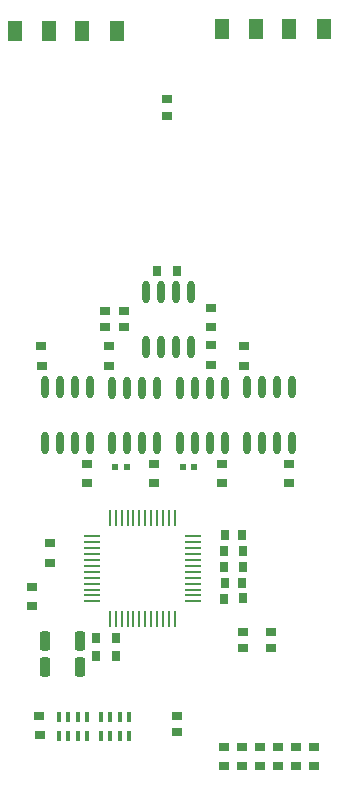
<source format=gtp>
G04*
G04 #@! TF.GenerationSoftware,Altium Limited,Altium Designer,22.4.2 (48)*
G04*
G04 Layer_Color=8421504*
%FSLAX25Y25*%
%MOIN*%
G70*
G04*
G04 #@! TF.SameCoordinates,D9425D36-0AFB-4970-BFF6-08718D8895E8*
G04*
G04*
G04 #@! TF.FilePolarity,Positive*
G04*
G01*
G75*
%ADD18O,0.02362X0.07480*%
%ADD19R,0.03543X0.03150*%
%ADD20R,0.03150X0.03543*%
G04:AMPARAMS|DCode=21|XSize=64.96mil|YSize=35.43mil|CornerRadius=8.86mil|HoleSize=0mil|Usage=FLASHONLY|Rotation=270.000|XOffset=0mil|YOffset=0mil|HoleType=Round|Shape=RoundedRectangle|*
%AMROUNDEDRECTD21*
21,1,0.06496,0.01772,0,0,270.0*
21,1,0.04724,0.03543,0,0,270.0*
1,1,0.01772,-0.00886,-0.02362*
1,1,0.01772,-0.00886,0.02362*
1,1,0.01772,0.00886,0.02362*
1,1,0.01772,0.00886,-0.02362*
%
%ADD21ROUNDEDRECTD21*%
%ADD22R,0.01772X0.03347*%
%ADD23R,0.00900X0.05350*%
%ADD24R,0.05350X0.00900*%
%ADD25R,0.02362X0.01968*%
%ADD26R,0.04528X0.07087*%
D18*
X-82492Y-40622D02*
D03*
X-87492D02*
D03*
X-92492D02*
D03*
X-97492D02*
D03*
X-82492Y-59126D02*
D03*
X-87492D02*
D03*
X-92492D02*
D03*
X-97492D02*
D03*
X-119992Y-58996D02*
D03*
X-114992D02*
D03*
X-109992D02*
D03*
X-104992D02*
D03*
X-119992Y-40492D02*
D03*
X-114992D02*
D03*
X-109992D02*
D03*
X-104992D02*
D03*
X-52492Y-58996D02*
D03*
X-47492D02*
D03*
X-42492D02*
D03*
X-37492D02*
D03*
X-52492Y-40492D02*
D03*
X-47492D02*
D03*
X-42492D02*
D03*
X-37492D02*
D03*
X-74992Y-59126D02*
D03*
X-69992D02*
D03*
X-64992D02*
D03*
X-59992D02*
D03*
X-74992Y-40622D02*
D03*
X-69992D02*
D03*
X-64992D02*
D03*
X-59992D02*
D03*
X-86337Y-27126D02*
D03*
X-81337D02*
D03*
X-76337D02*
D03*
X-71337D02*
D03*
X-86337Y-8622D02*
D03*
X-81337D02*
D03*
X-76337D02*
D03*
X-71337D02*
D03*
D19*
X-30185Y-166933D02*
D03*
X-30224Y-160398D02*
D03*
X-36185Y-166933D02*
D03*
X-36224Y-160398D02*
D03*
X-42185Y-166933D02*
D03*
X-42224Y-160398D02*
D03*
X-48185Y-166933D02*
D03*
X-48224Y-160398D02*
D03*
X-54185Y-166933D02*
D03*
X-54224Y-160398D02*
D03*
X-60185Y-166933D02*
D03*
X-60224Y-160398D02*
D03*
X-118146Y-99012D02*
D03*
X-118185Y-92476D02*
D03*
X-124146Y-113512D02*
D03*
X-124185Y-106976D02*
D03*
X-121646Y-156512D02*
D03*
X-121685Y-149976D02*
D03*
X-105953Y-72551D02*
D03*
X-105992Y-66016D02*
D03*
X-83453Y-72551D02*
D03*
X-83492Y-66016D02*
D03*
X-60953Y-72551D02*
D03*
X-60992Y-66016D02*
D03*
X-38453Y-72551D02*
D03*
X-38492Y-66016D02*
D03*
X-64453Y-20551D02*
D03*
X-64492Y-14016D02*
D03*
X-121031Y-26937D02*
D03*
X-120992Y-33472D02*
D03*
X-98532Y-26937D02*
D03*
X-98492Y-33472D02*
D03*
X-64531Y-26437D02*
D03*
X-64492Y-32972D02*
D03*
X-53531Y-26937D02*
D03*
X-53492Y-33472D02*
D03*
X-75685Y-149949D02*
D03*
Y-155461D02*
D03*
X-53685Y-127461D02*
D03*
Y-121949D02*
D03*
X-44492Y-127500D02*
D03*
Y-121988D02*
D03*
X-79185Y55551D02*
D03*
Y50039D02*
D03*
X-99992Y-20500D02*
D03*
Y-14988D02*
D03*
X-93492Y-20500D02*
D03*
Y-14988D02*
D03*
D20*
X-60299Y-110983D02*
D03*
X-53764Y-110944D02*
D03*
X-96185Y-124205D02*
D03*
X-102720Y-124244D02*
D03*
X-96185Y-130205D02*
D03*
X-102720Y-130244D02*
D03*
X-60299Y-95083D02*
D03*
X-53764Y-95044D02*
D03*
X-60299Y-100383D02*
D03*
X-53764Y-100344D02*
D03*
X-75878Y-1665D02*
D03*
X-82413Y-1705D02*
D03*
X-59787Y-89744D02*
D03*
X-54276D02*
D03*
X-59787Y-105644D02*
D03*
X-54276D02*
D03*
D21*
X-108283Y-125244D02*
D03*
X-119701D02*
D03*
X-108283Y-133744D02*
D03*
X-119701D02*
D03*
D22*
X-115291Y-156744D02*
D03*
Y-150445D02*
D03*
X-112142Y-156744D02*
D03*
X-105842D02*
D03*
X-108992D02*
D03*
Y-150445D02*
D03*
X-105842D02*
D03*
X-112142D02*
D03*
X-101291Y-156744D02*
D03*
X-98142D02*
D03*
X-91843D02*
D03*
X-94992D02*
D03*
Y-150445D02*
D03*
X-91843D02*
D03*
X-98142D02*
D03*
X-101291D02*
D03*
D23*
X-78554Y-84244D02*
D03*
X-90368D02*
D03*
X-94306Y-117894D02*
D03*
X-92337D02*
D03*
X-78554D02*
D03*
X-76585D02*
D03*
X-80523D02*
D03*
X-82492D02*
D03*
X-84461D02*
D03*
X-86430D02*
D03*
X-88399D02*
D03*
X-90368D02*
D03*
X-96275D02*
D03*
X-98244D02*
D03*
Y-84244D02*
D03*
X-96275D02*
D03*
X-94306D02*
D03*
X-92337D02*
D03*
X-88399D02*
D03*
X-86430D02*
D03*
X-84461D02*
D03*
X-82492D02*
D03*
X-80523D02*
D03*
X-76585D02*
D03*
D24*
X-104240Y-92209D02*
D03*
Y-96147D02*
D03*
Y-98116D02*
D03*
Y-104023D02*
D03*
Y-105992D02*
D03*
Y-107961D02*
D03*
Y-109930D02*
D03*
X-70590D02*
D03*
Y-107961D02*
D03*
Y-105992D02*
D03*
Y-104023D02*
D03*
Y-102054D02*
D03*
Y-100085D02*
D03*
Y-98116D02*
D03*
Y-96147D02*
D03*
Y-94178D02*
D03*
Y-92209D02*
D03*
Y-90240D02*
D03*
Y-111899D02*
D03*
X-104240D02*
D03*
Y-102054D02*
D03*
Y-100085D02*
D03*
Y-94178D02*
D03*
Y-90240D02*
D03*
D25*
X-73961Y-67244D02*
D03*
X-70024D02*
D03*
X-96461Y-67244D02*
D03*
X-92524D02*
D03*
D26*
X-49476Y78795D02*
D03*
X-60894D02*
D03*
X-118476Y78295D02*
D03*
X-129894D02*
D03*
X-26779Y78795D02*
D03*
X-38591D02*
D03*
X-95780Y78295D02*
D03*
X-107591D02*
D03*
M02*

</source>
